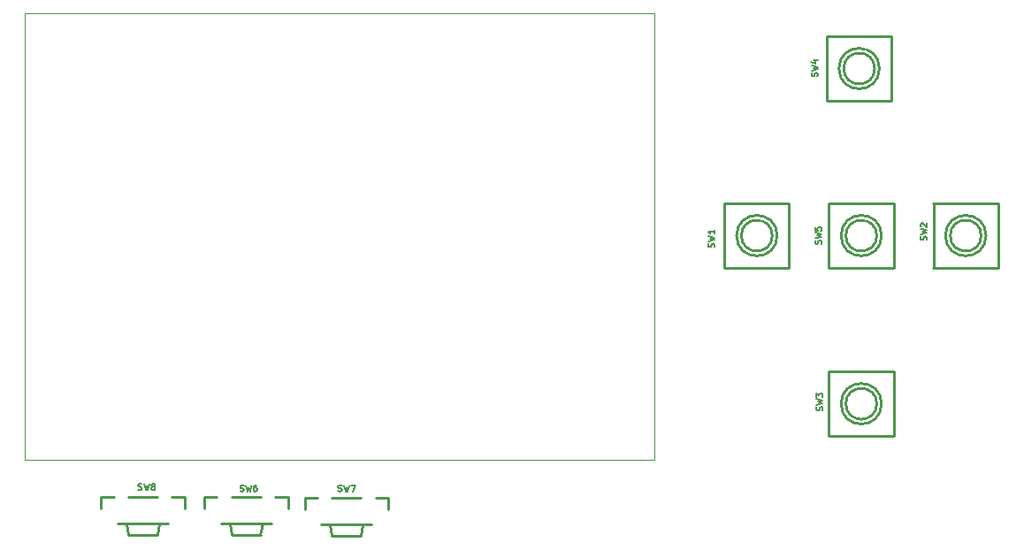
<source format=gto>
%TF.GenerationSoftware,KiCad,Pcbnew,7.0.2-6a45011f42~172~ubuntu22.04.1*%
%TF.CreationDate,2023-05-03T22:42:28+03:00*%
%TF.ProjectId,mp3_test_board,6d70335f-7465-4737-945f-626f6172642e,rev?*%
%TF.SameCoordinates,Original*%
%TF.FileFunction,Legend,Top*%
%TF.FilePolarity,Positive*%
%FSLAX46Y46*%
G04 Gerber Fmt 4.6, Leading zero omitted, Abs format (unit mm)*
G04 Created by KiCad (PCBNEW 7.0.2-6a45011f42~172~ubuntu22.04.1) date 2023-05-03 22:42:28*
%MOMM*%
%LPD*%
G01*
G04 APERTURE LIST*
%ADD10C,0.150000*%
%ADD11C,0.250000*%
%ADD12C,0.120000*%
G04 APERTURE END LIST*
D10*
%TO.C,SW7*%
X108219999Y-95669000D02*
X108305714Y-95697571D01*
X108305714Y-95697571D02*
X108448571Y-95697571D01*
X108448571Y-95697571D02*
X108505714Y-95669000D01*
X108505714Y-95669000D02*
X108534285Y-95640428D01*
X108534285Y-95640428D02*
X108562856Y-95583285D01*
X108562856Y-95583285D02*
X108562856Y-95526142D01*
X108562856Y-95526142D02*
X108534285Y-95469000D01*
X108534285Y-95469000D02*
X108505714Y-95440428D01*
X108505714Y-95440428D02*
X108448571Y-95411857D01*
X108448571Y-95411857D02*
X108334285Y-95383285D01*
X108334285Y-95383285D02*
X108277142Y-95354714D01*
X108277142Y-95354714D02*
X108248571Y-95326142D01*
X108248571Y-95326142D02*
X108219999Y-95269000D01*
X108219999Y-95269000D02*
X108219999Y-95211857D01*
X108219999Y-95211857D02*
X108248571Y-95154714D01*
X108248571Y-95154714D02*
X108277142Y-95126142D01*
X108277142Y-95126142D02*
X108334285Y-95097571D01*
X108334285Y-95097571D02*
X108477142Y-95097571D01*
X108477142Y-95097571D02*
X108562856Y-95126142D01*
X108762857Y-95097571D02*
X108905714Y-95697571D01*
X108905714Y-95697571D02*
X109020000Y-95269000D01*
X109020000Y-95269000D02*
X109134285Y-95697571D01*
X109134285Y-95697571D02*
X109277143Y-95097571D01*
X109448571Y-95097571D02*
X109848571Y-95097571D01*
X109848571Y-95097571D02*
X109591428Y-95697571D01*
%TO.C,SW1*%
X144229000Y-72290000D02*
X144257571Y-72204286D01*
X144257571Y-72204286D02*
X144257571Y-72061428D01*
X144257571Y-72061428D02*
X144229000Y-72004286D01*
X144229000Y-72004286D02*
X144200428Y-71975714D01*
X144200428Y-71975714D02*
X144143285Y-71947143D01*
X144143285Y-71947143D02*
X144086142Y-71947143D01*
X144086142Y-71947143D02*
X144029000Y-71975714D01*
X144029000Y-71975714D02*
X144000428Y-72004286D01*
X144000428Y-72004286D02*
X143971857Y-72061428D01*
X143971857Y-72061428D02*
X143943285Y-72175714D01*
X143943285Y-72175714D02*
X143914714Y-72232857D01*
X143914714Y-72232857D02*
X143886142Y-72261428D01*
X143886142Y-72261428D02*
X143829000Y-72290000D01*
X143829000Y-72290000D02*
X143771857Y-72290000D01*
X143771857Y-72290000D02*
X143714714Y-72261428D01*
X143714714Y-72261428D02*
X143686142Y-72232857D01*
X143686142Y-72232857D02*
X143657571Y-72175714D01*
X143657571Y-72175714D02*
X143657571Y-72032857D01*
X143657571Y-72032857D02*
X143686142Y-71947143D01*
X143657571Y-71747142D02*
X144257571Y-71604285D01*
X144257571Y-71604285D02*
X143829000Y-71489999D01*
X143829000Y-71489999D02*
X144257571Y-71375714D01*
X144257571Y-71375714D02*
X143657571Y-71232857D01*
X144257571Y-70690000D02*
X144257571Y-71032857D01*
X144257571Y-70861428D02*
X143657571Y-70861428D01*
X143657571Y-70861428D02*
X143743285Y-70918571D01*
X143743285Y-70918571D02*
X143800428Y-70975714D01*
X143800428Y-70975714D02*
X143829000Y-71032857D01*
%TO.C,SW6*%
X98839999Y-95659000D02*
X98925714Y-95687571D01*
X98925714Y-95687571D02*
X99068571Y-95687571D01*
X99068571Y-95687571D02*
X99125714Y-95659000D01*
X99125714Y-95659000D02*
X99154285Y-95630428D01*
X99154285Y-95630428D02*
X99182856Y-95573285D01*
X99182856Y-95573285D02*
X99182856Y-95516142D01*
X99182856Y-95516142D02*
X99154285Y-95459000D01*
X99154285Y-95459000D02*
X99125714Y-95430428D01*
X99125714Y-95430428D02*
X99068571Y-95401857D01*
X99068571Y-95401857D02*
X98954285Y-95373285D01*
X98954285Y-95373285D02*
X98897142Y-95344714D01*
X98897142Y-95344714D02*
X98868571Y-95316142D01*
X98868571Y-95316142D02*
X98839999Y-95259000D01*
X98839999Y-95259000D02*
X98839999Y-95201857D01*
X98839999Y-95201857D02*
X98868571Y-95144714D01*
X98868571Y-95144714D02*
X98897142Y-95116142D01*
X98897142Y-95116142D02*
X98954285Y-95087571D01*
X98954285Y-95087571D02*
X99097142Y-95087571D01*
X99097142Y-95087571D02*
X99182856Y-95116142D01*
X99382857Y-95087571D02*
X99525714Y-95687571D01*
X99525714Y-95687571D02*
X99640000Y-95259000D01*
X99640000Y-95259000D02*
X99754285Y-95687571D01*
X99754285Y-95687571D02*
X99897143Y-95087571D01*
X100382857Y-95087571D02*
X100268571Y-95087571D01*
X100268571Y-95087571D02*
X100211428Y-95116142D01*
X100211428Y-95116142D02*
X100182857Y-95144714D01*
X100182857Y-95144714D02*
X100125714Y-95230428D01*
X100125714Y-95230428D02*
X100097142Y-95344714D01*
X100097142Y-95344714D02*
X100097142Y-95573285D01*
X100097142Y-95573285D02*
X100125714Y-95630428D01*
X100125714Y-95630428D02*
X100154285Y-95659000D01*
X100154285Y-95659000D02*
X100211428Y-95687571D01*
X100211428Y-95687571D02*
X100325714Y-95687571D01*
X100325714Y-95687571D02*
X100382857Y-95659000D01*
X100382857Y-95659000D02*
X100411428Y-95630428D01*
X100411428Y-95630428D02*
X100439999Y-95573285D01*
X100439999Y-95573285D02*
X100439999Y-95430428D01*
X100439999Y-95430428D02*
X100411428Y-95373285D01*
X100411428Y-95373285D02*
X100382857Y-95344714D01*
X100382857Y-95344714D02*
X100325714Y-95316142D01*
X100325714Y-95316142D02*
X100211428Y-95316142D01*
X100211428Y-95316142D02*
X100154285Y-95344714D01*
X100154285Y-95344714D02*
X100125714Y-95373285D01*
X100125714Y-95373285D02*
X100097142Y-95430428D01*
%TO.C,SW3*%
X154589000Y-87920000D02*
X154617571Y-87834286D01*
X154617571Y-87834286D02*
X154617571Y-87691428D01*
X154617571Y-87691428D02*
X154589000Y-87634286D01*
X154589000Y-87634286D02*
X154560428Y-87605714D01*
X154560428Y-87605714D02*
X154503285Y-87577143D01*
X154503285Y-87577143D02*
X154446142Y-87577143D01*
X154446142Y-87577143D02*
X154389000Y-87605714D01*
X154389000Y-87605714D02*
X154360428Y-87634286D01*
X154360428Y-87634286D02*
X154331857Y-87691428D01*
X154331857Y-87691428D02*
X154303285Y-87805714D01*
X154303285Y-87805714D02*
X154274714Y-87862857D01*
X154274714Y-87862857D02*
X154246142Y-87891428D01*
X154246142Y-87891428D02*
X154189000Y-87920000D01*
X154189000Y-87920000D02*
X154131857Y-87920000D01*
X154131857Y-87920000D02*
X154074714Y-87891428D01*
X154074714Y-87891428D02*
X154046142Y-87862857D01*
X154046142Y-87862857D02*
X154017571Y-87805714D01*
X154017571Y-87805714D02*
X154017571Y-87662857D01*
X154017571Y-87662857D02*
X154046142Y-87577143D01*
X154017571Y-87377142D02*
X154617571Y-87234285D01*
X154617571Y-87234285D02*
X154189000Y-87119999D01*
X154189000Y-87119999D02*
X154617571Y-87005714D01*
X154617571Y-87005714D02*
X154017571Y-86862857D01*
X154017571Y-86691428D02*
X154017571Y-86320000D01*
X154017571Y-86320000D02*
X154246142Y-86520000D01*
X154246142Y-86520000D02*
X154246142Y-86434285D01*
X154246142Y-86434285D02*
X154274714Y-86377143D01*
X154274714Y-86377143D02*
X154303285Y-86348571D01*
X154303285Y-86348571D02*
X154360428Y-86320000D01*
X154360428Y-86320000D02*
X154503285Y-86320000D01*
X154503285Y-86320000D02*
X154560428Y-86348571D01*
X154560428Y-86348571D02*
X154589000Y-86377143D01*
X154589000Y-86377143D02*
X154617571Y-86434285D01*
X154617571Y-86434285D02*
X154617571Y-86605714D01*
X154617571Y-86605714D02*
X154589000Y-86662857D01*
X154589000Y-86662857D02*
X154560428Y-86691428D01*
%TO.C,SW2*%
X164531700Y-71603938D02*
X164560271Y-71518224D01*
X164560271Y-71518224D02*
X164560271Y-71375366D01*
X164560271Y-71375366D02*
X164531700Y-71318224D01*
X164531700Y-71318224D02*
X164503128Y-71289652D01*
X164503128Y-71289652D02*
X164445985Y-71261081D01*
X164445985Y-71261081D02*
X164388842Y-71261081D01*
X164388842Y-71261081D02*
X164331700Y-71289652D01*
X164331700Y-71289652D02*
X164303128Y-71318224D01*
X164303128Y-71318224D02*
X164274557Y-71375366D01*
X164274557Y-71375366D02*
X164245985Y-71489652D01*
X164245985Y-71489652D02*
X164217414Y-71546795D01*
X164217414Y-71546795D02*
X164188842Y-71575366D01*
X164188842Y-71575366D02*
X164131700Y-71603938D01*
X164131700Y-71603938D02*
X164074557Y-71603938D01*
X164074557Y-71603938D02*
X164017414Y-71575366D01*
X164017414Y-71575366D02*
X163988842Y-71546795D01*
X163988842Y-71546795D02*
X163960271Y-71489652D01*
X163960271Y-71489652D02*
X163960271Y-71346795D01*
X163960271Y-71346795D02*
X163988842Y-71261081D01*
X163960271Y-71061080D02*
X164560271Y-70918223D01*
X164560271Y-70918223D02*
X164131700Y-70803937D01*
X164131700Y-70803937D02*
X164560271Y-70689652D01*
X164560271Y-70689652D02*
X163960271Y-70546795D01*
X164017414Y-70346795D02*
X163988842Y-70318223D01*
X163988842Y-70318223D02*
X163960271Y-70261081D01*
X163960271Y-70261081D02*
X163960271Y-70118223D01*
X163960271Y-70118223D02*
X163988842Y-70061081D01*
X163988842Y-70061081D02*
X164017414Y-70032509D01*
X164017414Y-70032509D02*
X164074557Y-70003938D01*
X164074557Y-70003938D02*
X164131700Y-70003938D01*
X164131700Y-70003938D02*
X164217414Y-70032509D01*
X164217414Y-70032509D02*
X164560271Y-70375366D01*
X164560271Y-70375366D02*
X164560271Y-70003938D01*
%TO.C,SW8*%
X89079999Y-95519000D02*
X89165714Y-95547571D01*
X89165714Y-95547571D02*
X89308571Y-95547571D01*
X89308571Y-95547571D02*
X89365714Y-95519000D01*
X89365714Y-95519000D02*
X89394285Y-95490428D01*
X89394285Y-95490428D02*
X89422856Y-95433285D01*
X89422856Y-95433285D02*
X89422856Y-95376142D01*
X89422856Y-95376142D02*
X89394285Y-95319000D01*
X89394285Y-95319000D02*
X89365714Y-95290428D01*
X89365714Y-95290428D02*
X89308571Y-95261857D01*
X89308571Y-95261857D02*
X89194285Y-95233285D01*
X89194285Y-95233285D02*
X89137142Y-95204714D01*
X89137142Y-95204714D02*
X89108571Y-95176142D01*
X89108571Y-95176142D02*
X89079999Y-95119000D01*
X89079999Y-95119000D02*
X89079999Y-95061857D01*
X89079999Y-95061857D02*
X89108571Y-95004714D01*
X89108571Y-95004714D02*
X89137142Y-94976142D01*
X89137142Y-94976142D02*
X89194285Y-94947571D01*
X89194285Y-94947571D02*
X89337142Y-94947571D01*
X89337142Y-94947571D02*
X89422856Y-94976142D01*
X89622857Y-94947571D02*
X89765714Y-95547571D01*
X89765714Y-95547571D02*
X89880000Y-95119000D01*
X89880000Y-95119000D02*
X89994285Y-95547571D01*
X89994285Y-95547571D02*
X90137143Y-94947571D01*
X90451428Y-95204714D02*
X90394285Y-95176142D01*
X90394285Y-95176142D02*
X90365714Y-95147571D01*
X90365714Y-95147571D02*
X90337142Y-95090428D01*
X90337142Y-95090428D02*
X90337142Y-95061857D01*
X90337142Y-95061857D02*
X90365714Y-95004714D01*
X90365714Y-95004714D02*
X90394285Y-94976142D01*
X90394285Y-94976142D02*
X90451428Y-94947571D01*
X90451428Y-94947571D02*
X90565714Y-94947571D01*
X90565714Y-94947571D02*
X90622857Y-94976142D01*
X90622857Y-94976142D02*
X90651428Y-95004714D01*
X90651428Y-95004714D02*
X90679999Y-95061857D01*
X90679999Y-95061857D02*
X90679999Y-95090428D01*
X90679999Y-95090428D02*
X90651428Y-95147571D01*
X90651428Y-95147571D02*
X90622857Y-95176142D01*
X90622857Y-95176142D02*
X90565714Y-95204714D01*
X90565714Y-95204714D02*
X90451428Y-95204714D01*
X90451428Y-95204714D02*
X90394285Y-95233285D01*
X90394285Y-95233285D02*
X90365714Y-95261857D01*
X90365714Y-95261857D02*
X90337142Y-95319000D01*
X90337142Y-95319000D02*
X90337142Y-95433285D01*
X90337142Y-95433285D02*
X90365714Y-95490428D01*
X90365714Y-95490428D02*
X90394285Y-95519000D01*
X90394285Y-95519000D02*
X90451428Y-95547571D01*
X90451428Y-95547571D02*
X90565714Y-95547571D01*
X90565714Y-95547571D02*
X90622857Y-95519000D01*
X90622857Y-95519000D02*
X90651428Y-95490428D01*
X90651428Y-95490428D02*
X90679999Y-95433285D01*
X90679999Y-95433285D02*
X90679999Y-95319000D01*
X90679999Y-95319000D02*
X90651428Y-95261857D01*
X90651428Y-95261857D02*
X90622857Y-95233285D01*
X90622857Y-95233285D02*
X90565714Y-95204714D01*
%TO.C,SW4*%
X154089000Y-55960000D02*
X154117571Y-55874286D01*
X154117571Y-55874286D02*
X154117571Y-55731428D01*
X154117571Y-55731428D02*
X154089000Y-55674286D01*
X154089000Y-55674286D02*
X154060428Y-55645714D01*
X154060428Y-55645714D02*
X154003285Y-55617143D01*
X154003285Y-55617143D02*
X153946142Y-55617143D01*
X153946142Y-55617143D02*
X153889000Y-55645714D01*
X153889000Y-55645714D02*
X153860428Y-55674286D01*
X153860428Y-55674286D02*
X153831857Y-55731428D01*
X153831857Y-55731428D02*
X153803285Y-55845714D01*
X153803285Y-55845714D02*
X153774714Y-55902857D01*
X153774714Y-55902857D02*
X153746142Y-55931428D01*
X153746142Y-55931428D02*
X153689000Y-55960000D01*
X153689000Y-55960000D02*
X153631857Y-55960000D01*
X153631857Y-55960000D02*
X153574714Y-55931428D01*
X153574714Y-55931428D02*
X153546142Y-55902857D01*
X153546142Y-55902857D02*
X153517571Y-55845714D01*
X153517571Y-55845714D02*
X153517571Y-55702857D01*
X153517571Y-55702857D02*
X153546142Y-55617143D01*
X153517571Y-55417142D02*
X154117571Y-55274285D01*
X154117571Y-55274285D02*
X153689000Y-55159999D01*
X153689000Y-55159999D02*
X154117571Y-55045714D01*
X154117571Y-55045714D02*
X153517571Y-54902857D01*
X153717571Y-54417143D02*
X154117571Y-54417143D01*
X153489000Y-54560000D02*
X153917571Y-54702857D01*
X153917571Y-54702857D02*
X153917571Y-54331428D01*
%TO.C,SW5*%
X154449000Y-71990000D02*
X154477571Y-71904286D01*
X154477571Y-71904286D02*
X154477571Y-71761428D01*
X154477571Y-71761428D02*
X154449000Y-71704286D01*
X154449000Y-71704286D02*
X154420428Y-71675714D01*
X154420428Y-71675714D02*
X154363285Y-71647143D01*
X154363285Y-71647143D02*
X154306142Y-71647143D01*
X154306142Y-71647143D02*
X154249000Y-71675714D01*
X154249000Y-71675714D02*
X154220428Y-71704286D01*
X154220428Y-71704286D02*
X154191857Y-71761428D01*
X154191857Y-71761428D02*
X154163285Y-71875714D01*
X154163285Y-71875714D02*
X154134714Y-71932857D01*
X154134714Y-71932857D02*
X154106142Y-71961428D01*
X154106142Y-71961428D02*
X154049000Y-71990000D01*
X154049000Y-71990000D02*
X153991857Y-71990000D01*
X153991857Y-71990000D02*
X153934714Y-71961428D01*
X153934714Y-71961428D02*
X153906142Y-71932857D01*
X153906142Y-71932857D02*
X153877571Y-71875714D01*
X153877571Y-71875714D02*
X153877571Y-71732857D01*
X153877571Y-71732857D02*
X153906142Y-71647143D01*
X153877571Y-71447142D02*
X154477571Y-71304285D01*
X154477571Y-71304285D02*
X154049000Y-71189999D01*
X154049000Y-71189999D02*
X154477571Y-71075714D01*
X154477571Y-71075714D02*
X153877571Y-70932857D01*
X153877571Y-70418571D02*
X153877571Y-70704285D01*
X153877571Y-70704285D02*
X154163285Y-70732857D01*
X154163285Y-70732857D02*
X154134714Y-70704285D01*
X154134714Y-70704285D02*
X154106142Y-70647143D01*
X154106142Y-70647143D02*
X154106142Y-70504285D01*
X154106142Y-70504285D02*
X154134714Y-70447143D01*
X154134714Y-70447143D02*
X154163285Y-70418571D01*
X154163285Y-70418571D02*
X154220428Y-70390000D01*
X154220428Y-70390000D02*
X154363285Y-70390000D01*
X154363285Y-70390000D02*
X154420428Y-70418571D01*
X154420428Y-70418571D02*
X154449000Y-70447143D01*
X154449000Y-70447143D02*
X154477571Y-70504285D01*
X154477571Y-70504285D02*
X154477571Y-70647143D01*
X154477571Y-70647143D02*
X154449000Y-70704285D01*
X154449000Y-70704285D02*
X154420428Y-70732857D01*
D11*
%TO.C,SW7*%
X113020000Y-97412500D02*
X113020000Y-96302500D01*
X113020000Y-96302500D02*
X111780000Y-96302500D01*
X110578200Y-98842500D02*
X110368200Y-99922500D01*
X110420000Y-96302500D02*
X107580000Y-96302500D01*
X110370000Y-99915135D02*
X107650000Y-99906666D01*
X108880000Y-98842500D02*
X110580000Y-98842500D01*
X108880000Y-98842500D02*
X107350000Y-98842500D01*
X107611800Y-99914031D02*
X107441800Y-98824031D01*
X106580000Y-98842500D02*
X111420000Y-98842500D01*
X106220000Y-96302500D02*
X105020000Y-96302500D01*
X105020000Y-96302500D02*
X105020000Y-97412500D01*
%TO.C,SW1*%
X145200000Y-74300000D02*
X151400000Y-74300000D01*
X145201200Y-74300000D02*
X145201200Y-68100000D01*
X151400000Y-74300000D02*
X151400000Y-68100000D01*
X145200000Y-68100000D02*
X151400000Y-68100000D01*
X149780000Y-71200000D02*
G75*
G03*
X149780000Y-71200000I-1480000J0D01*
G01*
D12*
X150231068Y-71200000D02*
G75*
G03*
X150231068Y-71200000I-1931068J0D01*
G01*
X150262222Y-71200000D02*
G75*
G03*
X150262222Y-71200000I-1962222J0D01*
G01*
D11*
X150240000Y-71200000D02*
G75*
G03*
X150240000Y-71200000I-1940000J0D01*
G01*
D12*
X149417600Y-69625200D02*
G75*
G03*
X149417600Y-69625200I0J0D01*
G01*
D11*
%TO.C,SW6*%
X103420000Y-97340000D02*
X103420000Y-96230000D01*
X103420000Y-96230000D02*
X102180000Y-96230000D01*
X100978200Y-98770000D02*
X100768200Y-99850000D01*
X100820000Y-96230000D02*
X97980000Y-96230000D01*
X100770000Y-99842635D02*
X98050000Y-99834166D01*
X99280000Y-98770000D02*
X100980000Y-98770000D01*
X99280000Y-98770000D02*
X97750000Y-98770000D01*
X98011800Y-99841531D02*
X97841800Y-98751531D01*
X96980000Y-98770000D02*
X101820000Y-98770000D01*
X96620000Y-96230000D02*
X95420000Y-96230000D01*
X95420000Y-96230000D02*
X95420000Y-97340000D01*
D12*
%TO.C,P1*%
X138490000Y-92645000D02*
X78230000Y-92645000D01*
X78230000Y-92645000D02*
X78230000Y-49925000D01*
X78230000Y-49925000D02*
X138490000Y-49925000D01*
X138490000Y-49925000D02*
X138490000Y-92645000D01*
D11*
%TO.C,SW3*%
X155200000Y-90400000D02*
X161400000Y-90400000D01*
X155201200Y-90400000D02*
X155201200Y-84200000D01*
X161400000Y-90400000D02*
X161400000Y-84200000D01*
X155200000Y-84200000D02*
X161400000Y-84200000D01*
X159780000Y-87300000D02*
G75*
G03*
X159780000Y-87300000I-1480000J0D01*
G01*
D12*
X160231068Y-87300000D02*
G75*
G03*
X160231068Y-87300000I-1931068J0D01*
G01*
X160262222Y-87300000D02*
G75*
G03*
X160262222Y-87300000I-1962222J0D01*
G01*
D11*
X160240000Y-87300000D02*
G75*
G03*
X160240000Y-87300000I-1940000J0D01*
G01*
D12*
X159417600Y-85725200D02*
G75*
G03*
X159417600Y-85725200I0J0D01*
G01*
D11*
%TO.C,SW2*%
X165200000Y-74300000D02*
X171400000Y-74300000D01*
X165201200Y-74300000D02*
X165201200Y-68100000D01*
X171400000Y-74300000D02*
X171400000Y-68100000D01*
X165200000Y-68100000D02*
X171400000Y-68100000D01*
X169780000Y-71200000D02*
G75*
G03*
X169780000Y-71200000I-1480000J0D01*
G01*
D12*
X170231068Y-71200000D02*
G75*
G03*
X170231068Y-71200000I-1931068J0D01*
G01*
X170262222Y-71200000D02*
G75*
G03*
X170262222Y-71200000I-1962222J0D01*
G01*
D11*
X170240000Y-71200000D02*
G75*
G03*
X170240000Y-71200000I-1940000J0D01*
G01*
D12*
X169417600Y-69625200D02*
G75*
G03*
X169417600Y-69625200I0J0D01*
G01*
D11*
%TO.C,SW8*%
X93520000Y-97340000D02*
X93520000Y-96230000D01*
X93520000Y-96230000D02*
X92280000Y-96230000D01*
X91078200Y-98770000D02*
X90868200Y-99850000D01*
X90920000Y-96230000D02*
X88080000Y-96230000D01*
X90870000Y-99842635D02*
X88150000Y-99834166D01*
X89380000Y-98770000D02*
X91080000Y-98770000D01*
X89380000Y-98770000D02*
X87850000Y-98770000D01*
X88111800Y-99841531D02*
X87941800Y-98751531D01*
X87080000Y-98770000D02*
X91920000Y-98770000D01*
X86720000Y-96230000D02*
X85520000Y-96230000D01*
X85520000Y-96230000D02*
X85520000Y-97340000D01*
%TO.C,SW4*%
X155000000Y-58300000D02*
X161200000Y-58300000D01*
X155001200Y-58300000D02*
X155001200Y-52100000D01*
X161200000Y-58300000D02*
X161200000Y-52100000D01*
X155000000Y-52100000D02*
X161200000Y-52100000D01*
X159580000Y-55200000D02*
G75*
G03*
X159580000Y-55200000I-1480000J0D01*
G01*
D12*
X160031068Y-55200000D02*
G75*
G03*
X160031068Y-55200000I-1931068J0D01*
G01*
X160062222Y-55200000D02*
G75*
G03*
X160062222Y-55200000I-1962222J0D01*
G01*
D11*
X160040000Y-55200000D02*
G75*
G03*
X160040000Y-55200000I-1940000J0D01*
G01*
D12*
X159217600Y-53625200D02*
G75*
G03*
X159217600Y-53625200I0J0D01*
G01*
D11*
%TO.C,SW5*%
X155200000Y-74300000D02*
X161400000Y-74300000D01*
X155201200Y-74300000D02*
X155201200Y-68100000D01*
X161400000Y-74300000D02*
X161400000Y-68100000D01*
X155200000Y-68100000D02*
X161400000Y-68100000D01*
X159780000Y-71200000D02*
G75*
G03*
X159780000Y-71200000I-1480000J0D01*
G01*
D12*
X160231068Y-71200000D02*
G75*
G03*
X160231068Y-71200000I-1931068J0D01*
G01*
X160262222Y-71200000D02*
G75*
G03*
X160262222Y-71200000I-1962222J0D01*
G01*
D11*
X160240000Y-71200000D02*
G75*
G03*
X160240000Y-71200000I-1940000J0D01*
G01*
D12*
X159417600Y-69625200D02*
G75*
G03*
X159417600Y-69625200I0J0D01*
G01*
%TD*%
M02*

</source>
